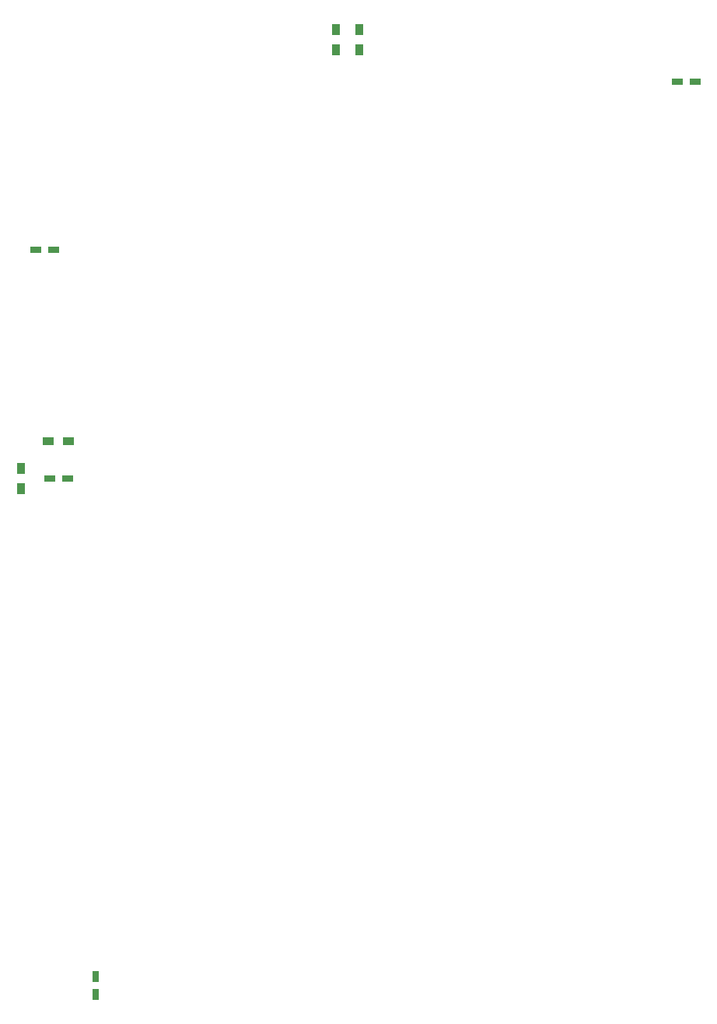
<source format=gbr>
G04 #@! TF.FileFunction,Paste,Bot*
%FSLAX46Y46*%
G04 Gerber Fmt 4.6, Leading zero omitted, Abs format (unit mm)*
G04 Created by KiCad (PCBNEW 4.0.6) date 01/22/18 19:54:51*
%MOMM*%
%LPD*%
G01*
G04 APERTURE LIST*
%ADD10C,0.100000*%
%ADD11R,1.200000X0.750000*%
%ADD12R,0.750000X1.200000*%
%ADD13R,1.200000X0.900000*%
%ADD14R,0.900000X1.200000*%
G04 APERTURE END LIST*
D10*
D11*
X267528000Y-42926000D03*
X269428000Y-42926000D03*
X201102000Y-86106000D03*
X199202000Y-86106000D03*
D12*
X204216000Y-142174000D03*
X204216000Y-140274000D03*
D13*
X201252000Y-82042000D03*
X199052000Y-82042000D03*
D14*
X196088000Y-87206000D03*
X196088000Y-85006000D03*
D11*
X197678000Y-61214000D03*
X199578000Y-61214000D03*
D14*
X230378000Y-37254000D03*
X230378000Y-39454000D03*
X232918000Y-37254000D03*
X232918000Y-39454000D03*
M02*

</source>
